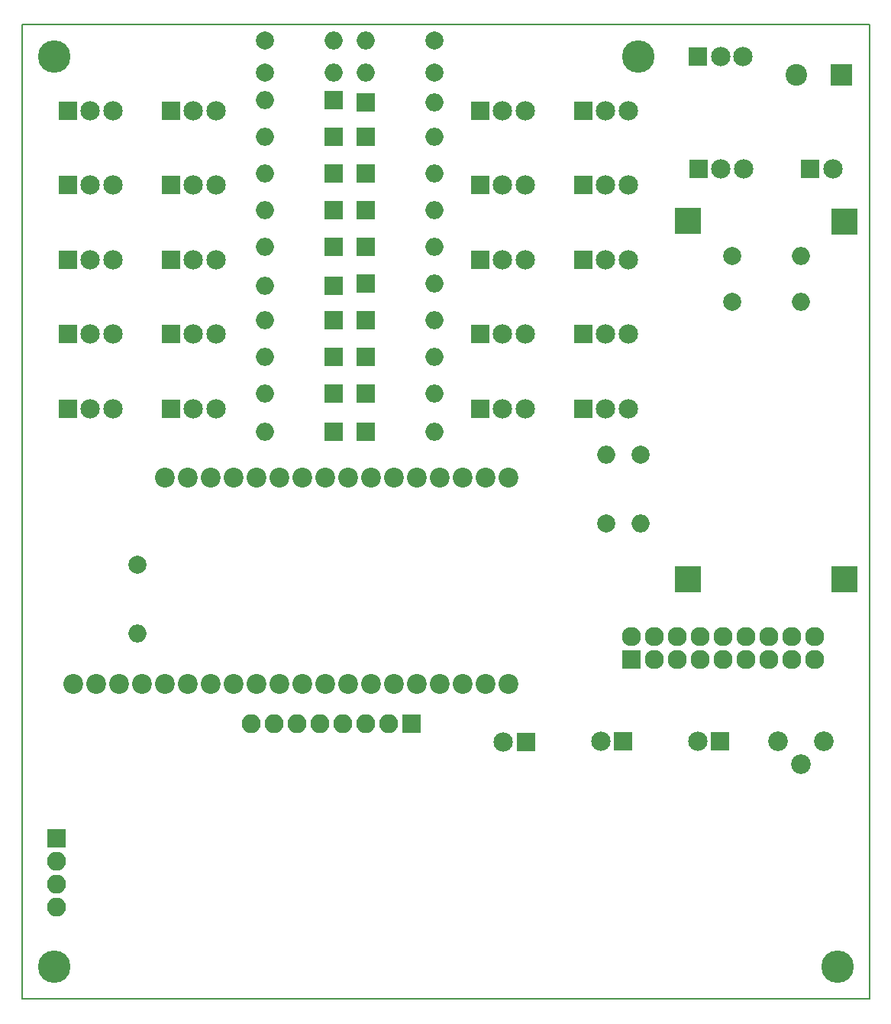
<source format=gbr>
%TF.GenerationSoftware,KiCad,Pcbnew,4.0.7*%
%TF.CreationDate,2018-06-21T01:00:39+02:00*%
%TF.ProjectId,FlyballETS-HW,466C7962616C6C4554532D48572E6B69,rev?*%
%TF.FileFunction,Soldermask,Bot*%
%FSLAX46Y46*%
G04 Gerber Fmt 4.6, Leading zero omitted, Abs format (unit mm)*
G04 Created by KiCad (PCBNEW 4.0.7) date 06/21/18 01:00:39*
%MOMM*%
%LPD*%
G01*
G04 APERTURE LIST*
%ADD10C,0.150000*%
%ADD11C,3.600000*%
%ADD12C,2.200000*%
%ADD13R,2.000000X2.000000*%
%ADD14O,2.000000X2.000000*%
%ADD15R,2.150000X2.150000*%
%ADD16C,2.150000*%
%ADD17R,2.100000X2.100000*%
%ADD18O,2.100000X2.100000*%
%ADD19C,2.000000*%
%ADD20C,2.178000*%
%ADD21R,2.940000X2.940000*%
%ADD22R,2.127200X2.127200*%
%ADD23O,2.127200X2.127200*%
%ADD24R,2.400000X2.400000*%
%ADD25C,2.400000*%
G04 APERTURE END LIST*
D10*
X66040000Y-142240000D02*
X66040000Y-133350000D01*
X160020000Y-142240000D02*
X66040000Y-142240000D01*
X160020000Y-133350000D02*
X160020000Y-142240000D01*
X66040000Y-133350000D02*
X66040000Y-34290000D01*
X160020000Y-34290000D02*
X160020000Y-133350000D01*
X66040000Y-34290000D02*
X160020000Y-34290000D01*
D11*
X69596000Y-37846000D03*
X69596000Y-138684000D03*
D12*
X71755000Y-107315000D03*
X74295000Y-107315000D03*
X76835000Y-107315000D03*
X79375000Y-107315000D03*
X81915000Y-107315000D03*
X84455000Y-107315000D03*
X86995000Y-107315000D03*
X89535000Y-107315000D03*
X92075000Y-107315000D03*
X94615000Y-107315000D03*
X97155000Y-107315000D03*
X99695000Y-107315000D03*
X81915000Y-84455000D03*
X84455000Y-84455000D03*
X86995000Y-84455000D03*
X89535000Y-84455000D03*
X92075000Y-84455000D03*
X94615000Y-84455000D03*
X97155000Y-84455000D03*
X99695000Y-84455000D03*
X102235000Y-84455000D03*
X104775000Y-84455000D03*
X107315000Y-84455000D03*
X109855000Y-84455000D03*
X112395000Y-84455000D03*
X114935000Y-84455000D03*
X117475000Y-84455000D03*
X120015000Y-84455000D03*
X102235000Y-107315000D03*
X104775000Y-107315000D03*
X107315000Y-107315000D03*
X109855000Y-107315000D03*
X112395000Y-107315000D03*
X114935000Y-107315000D03*
X117475000Y-107315000D03*
X120015000Y-107315000D03*
D13*
X100584000Y-42672000D03*
D14*
X92964000Y-42672000D03*
D13*
X100584000Y-50800000D03*
D14*
X92964000Y-50800000D03*
D13*
X100584000Y-58928000D03*
D14*
X92964000Y-58928000D03*
D13*
X100584000Y-67056000D03*
D14*
X92964000Y-67056000D03*
D13*
X100584000Y-75184000D03*
D14*
X92964000Y-75184000D03*
D13*
X100584000Y-46736000D03*
D14*
X92964000Y-46736000D03*
D13*
X100584000Y-54864000D03*
D14*
X92964000Y-54864000D03*
D13*
X100584000Y-63246000D03*
D14*
X92964000Y-63246000D03*
D13*
X100584000Y-71120000D03*
D14*
X92964000Y-71120000D03*
D13*
X100584000Y-79375000D03*
D14*
X92964000Y-79375000D03*
D13*
X104140000Y-42926000D03*
D14*
X111760000Y-42926000D03*
D13*
X104140000Y-50800000D03*
D14*
X111760000Y-50800000D03*
D13*
X104140000Y-58928000D03*
D14*
X111760000Y-58928000D03*
D13*
X104140000Y-67056000D03*
D14*
X111760000Y-67056000D03*
D13*
X104140000Y-75184000D03*
D14*
X111760000Y-75184000D03*
D13*
X104140000Y-46736000D03*
D14*
X111760000Y-46736000D03*
D13*
X104140000Y-54864000D03*
D14*
X111760000Y-54864000D03*
D13*
X104140000Y-62992000D03*
D14*
X111760000Y-62992000D03*
D13*
X104140000Y-71120000D03*
D14*
X111760000Y-71120000D03*
D13*
X104140000Y-79375000D03*
D14*
X111760000Y-79375000D03*
D15*
X71120000Y-43815000D03*
D16*
X73620000Y-43815000D03*
X76120000Y-43815000D03*
D15*
X71120000Y-52070000D03*
D16*
X73620000Y-52070000D03*
X76120000Y-52070000D03*
D15*
X71120000Y-60325000D03*
D16*
X73620000Y-60325000D03*
X76120000Y-60325000D03*
D15*
X71120000Y-68580000D03*
D16*
X73620000Y-68580000D03*
X76120000Y-68580000D03*
D15*
X71120000Y-76835000D03*
D16*
X73620000Y-76835000D03*
X76120000Y-76835000D03*
D15*
X82550000Y-43815000D03*
D16*
X85050000Y-43815000D03*
X87550000Y-43815000D03*
D15*
X82550000Y-52070000D03*
D16*
X85050000Y-52070000D03*
X87550000Y-52070000D03*
D15*
X82550000Y-60325000D03*
D16*
X85050000Y-60325000D03*
X87550000Y-60325000D03*
D15*
X82550000Y-68580000D03*
D16*
X85050000Y-68580000D03*
X87550000Y-68580000D03*
D15*
X82550000Y-76835000D03*
D16*
X85050000Y-76835000D03*
X87550000Y-76835000D03*
D15*
X116840000Y-43815000D03*
D16*
X119340000Y-43815000D03*
X121840000Y-43815000D03*
D15*
X116840000Y-52070000D03*
D16*
X119340000Y-52070000D03*
X121840000Y-52070000D03*
D15*
X116840000Y-60325000D03*
D16*
X119340000Y-60325000D03*
X121840000Y-60325000D03*
D15*
X116840000Y-68580000D03*
D16*
X119340000Y-68580000D03*
X121840000Y-68580000D03*
D15*
X116840000Y-76835000D03*
D16*
X119340000Y-76835000D03*
X121840000Y-76835000D03*
D15*
X128270000Y-43815000D03*
D16*
X130770000Y-43815000D03*
X133270000Y-43815000D03*
D15*
X128270000Y-52070000D03*
D16*
X130770000Y-52070000D03*
X133270000Y-52070000D03*
D15*
X128270000Y-60325000D03*
D16*
X130770000Y-60325000D03*
X133270000Y-60325000D03*
D15*
X128270000Y-68580000D03*
D16*
X130770000Y-68580000D03*
X133270000Y-68580000D03*
D15*
X128270000Y-76835000D03*
D16*
X130770000Y-76835000D03*
X133270000Y-76835000D03*
D15*
X132715000Y-113665000D03*
D16*
X130215000Y-113665000D03*
D15*
X143470000Y-113665000D03*
D16*
X140970000Y-113665000D03*
D15*
X153456000Y-50292000D03*
D16*
X155956000Y-50292000D03*
D15*
X141050000Y-50292000D03*
D16*
X143550000Y-50292000D03*
X146050000Y-50292000D03*
D17*
X109220000Y-111760000D03*
D18*
X106680000Y-111760000D03*
X104140000Y-111760000D03*
X101600000Y-111760000D03*
X99060000Y-111760000D03*
X96520000Y-111760000D03*
X93980000Y-111760000D03*
X91440000Y-111760000D03*
D19*
X92964000Y-36068000D03*
D14*
X100584000Y-36068000D03*
D19*
X92964000Y-39624000D03*
D14*
X100584000Y-39624000D03*
D19*
X111760000Y-39624000D03*
D14*
X104140000Y-39624000D03*
D19*
X111760000Y-36068000D03*
D14*
X104140000Y-36068000D03*
D19*
X130810000Y-89535000D03*
D14*
X130810000Y-81915000D03*
D19*
X134620000Y-81915000D03*
D14*
X134620000Y-89535000D03*
D20*
X154940000Y-113665000D03*
X152400000Y-116205000D03*
X149860000Y-113665000D03*
D21*
X157290000Y-95758000D03*
X139890000Y-95758000D03*
X139890500Y-56070500D03*
X157289500Y-56134000D03*
D15*
X121920000Y-113792000D03*
D16*
X119420000Y-113792000D03*
D22*
X133604000Y-104648000D03*
D23*
X133604000Y-102108000D03*
X136144000Y-104648000D03*
X136144000Y-102108000D03*
X138684000Y-104648000D03*
X138684000Y-102108000D03*
X141224000Y-104648000D03*
X141224000Y-102108000D03*
X143764000Y-104648000D03*
X143764000Y-102108000D03*
X146304000Y-104648000D03*
X146304000Y-102108000D03*
X148844000Y-104648000D03*
X148844000Y-102108000D03*
X151384000Y-104648000D03*
X151384000Y-102108000D03*
X153924000Y-104648000D03*
X153924000Y-102108000D03*
D17*
X69850000Y-124460000D03*
D18*
X69850000Y-127000000D03*
X69850000Y-129540000D03*
X69850000Y-132080000D03*
D15*
X141010000Y-37846000D03*
D16*
X143510000Y-37846000D03*
X146010000Y-37846000D03*
D19*
X144780000Y-65024000D03*
D14*
X152400000Y-65024000D03*
D19*
X144780000Y-59944000D03*
D14*
X152400000Y-59944000D03*
D19*
X78867000Y-94107000D03*
D14*
X78867000Y-101727000D03*
D11*
X134366000Y-37846000D03*
X156464000Y-138684000D03*
D24*
X156892000Y-39878000D03*
D25*
X151892000Y-39878000D03*
M02*

</source>
